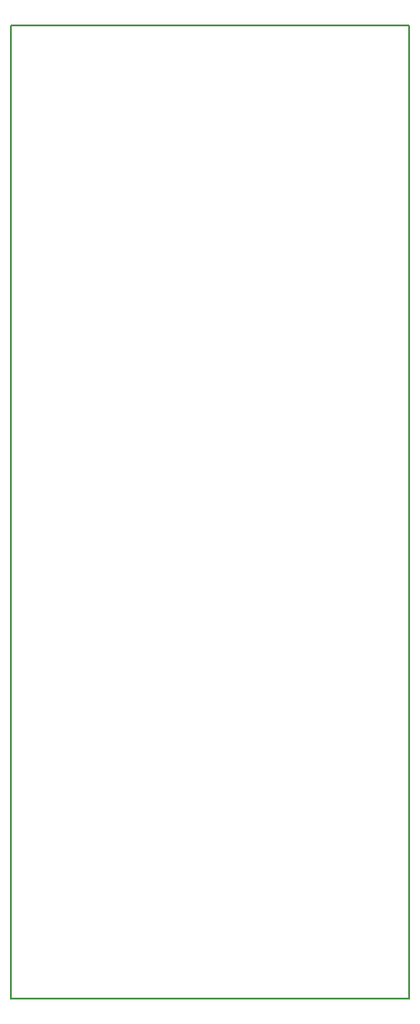
<source format=gm1>
G04*
G04 #@! TF.GenerationSoftware,Altium Limited,Altium Designer,19.1.8 (144)*
G04*
G04 Layer_Color=16711935*
%FSLAX25Y25*%
%MOIN*%
G70*
G01*
G75*
%ADD52C,0.00500*%
D52*
X100000Y107500D02*
Y465000D01*
X246500D01*
Y107500D02*
Y465000D01*
X100000Y107500D02*
X246500D01*
M02*

</source>
